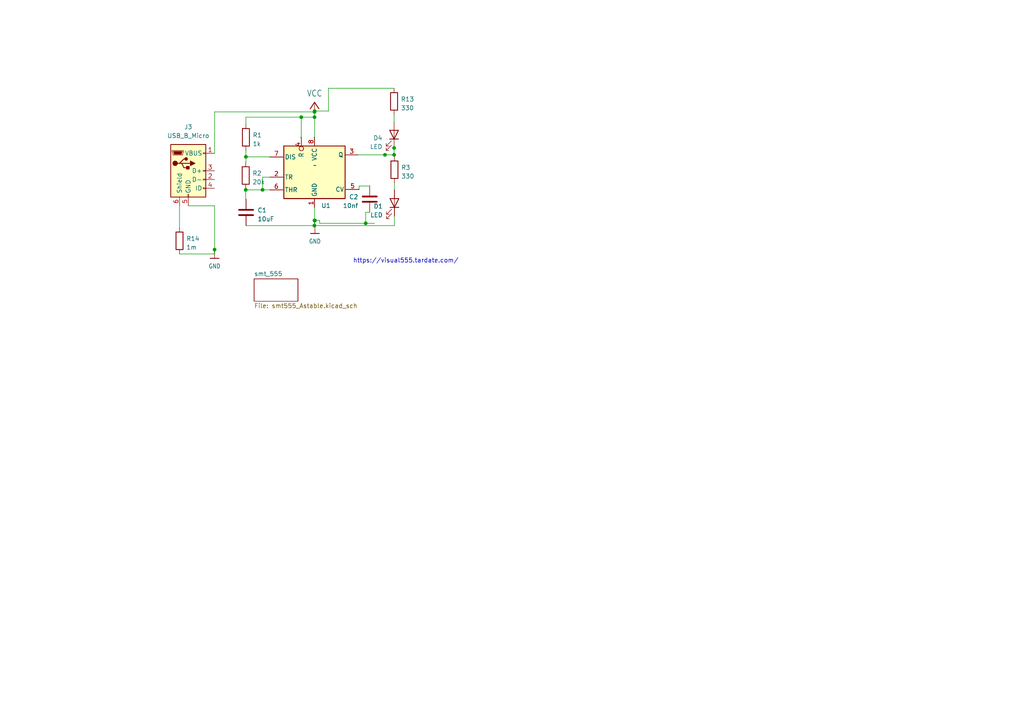
<source format=kicad_sch>
(kicad_sch (version 20231120) (generator "eeschema") (generator_version "8.0")
  (paper "A4")
  (lib_symbols
    (symbol "Adafruit HUZZAH32 ESP32 Feather-eagle-import:GND" (power)
      (property "Value" "GND" (at -1.524 -2.54 0))
      (symbol "GND_1_0"
        (polyline (pts (xy -1.27 0) (xy 1.27 0)) (stroke (width 0.254)))
        (pin power_in line (at 0 2.54 270) (length 2.54) (name "GND") (number "1"))
      )
    )
    (symbol "Adafruit MPU6050-eagle-import:VCC" (power)
      (property "Value" "VCC" (at -2.54 -2.54 90))
      (symbol "VCC_1_0"
        (polyline (pts (xy 0 0) (xy -1.27 -1.905)) (stroke (width 0.254)))
        (polyline (pts (xy 1.27 -1.905) (xy 0 0)) (stroke (width 0.254)))
        (pin power_in line (at 0 -2.54 90) (length 2.54) (name "VCC") (number "1"))
      )
    )
    (symbol "Connector:USB_B_Micro" (pin_names (offset 1.016))
      (property "Reference" "J" (at -5.08 11.43 0))
      (property "Value" "USB_B_Micro" (at -5.08 8.89 0))
      (symbol "USB_B_Micro_0_1"
        (rectangle (start -5.08 -7.62) (end 5.08 7.62) (stroke (width 0.254)) (fill (type background)))
        (circle (center -3.81 2.159) (radius 0.635) (stroke (width 0.254)) (fill (type outline)))
        (circle (center -0.635 3.429) (radius 0.381) (stroke (width 0.254)) (fill (type outline)))
        (rectangle (start -0.127 -7.62) (end 0.127 -6.858))
        (polyline (pts (xy -1.905 2.159) (xy 0.635 2.159)) (stroke (width 0.254)))
        (polyline (pts (xy -3.175 2.159) (xy -2.54 2.159) (xy -1.27 3.429) (xy -0.635 3.429)) (stroke (width 0.254)))
        (polyline (pts (xy -2.54 2.159) (xy -1.905 2.159) (xy -1.27 0.889) (xy 0 0.889)) (stroke (width 0.254)))
        (polyline (pts (xy 0.635 2.794) (xy 0.635 1.524) (xy 1.905 2.159) (xy 0.635 2.794)) (stroke (width 0.254)) (fill (type outline)))
        (polyline (pts (xy -4.318 5.588) (xy -1.778 5.588) (xy -2.032 4.826) (xy -4.064 4.826) (xy -4.318 5.588)) (fill (type outline)))
        (polyline (pts (xy -4.699 5.842) (xy -4.699 5.588) (xy -4.445 4.826) (xy -4.445 4.572) (xy -1.651 4.572) (xy -1.651 4.826) (xy -1.397 5.588) (xy -1.397 5.842) (xy -4.699 5.842)))
        (rectangle (start 0.254 1.27) (end -0.508 0.508) (stroke (width 0.254)) (fill (type outline)))
        (rectangle (start 5.08 -5.207) (end 4.318 -4.953))
        (rectangle (start 5.08 -2.667) (end 4.318 -2.413))
        (rectangle (start 5.08 -0.127) (end 4.318 0.127))
        (rectangle (start 5.08 4.953) (end 4.318 5.207))
      )
      (symbol "USB_B_Micro_1_1"
        (pin power_out line (at 7.62 5.08 180) (length 2.54) (name "VBUS") (number "1"))
        (pin bidirectional line (at 7.62 -2.54 180) (length 2.54) (name "D-") (number "2"))
        (pin bidirectional line (at 7.62 0 180) (length 2.54) (name "D+") (number "3"))
        (pin passive line (at 7.62 -5.08 180) (length 2.54) (name "ID") (number "4"))
        (pin power_out line (at 0 -10.16 90) (length 2.54) (name "GND") (number "5"))
        (pin passive line (at -2.54 -10.16 90) (length 2.54) (name "Shield") (number "6"))
      )
    )
    (symbol "DPX_IC:555_ASTABLE"
      (property "Reference" "U" (at 0 0 0))
      (symbol "555_ASTABLE_0_0"
        (pin power_in line (at -0.127 -12.192 90) (length 2.54) (name "GND") (number "1"))
        (pin power_in line (at -0.127 8.128 270) (length 2.54) (name "VCC") (number "8"))
      )
      (symbol "555_ASTABLE_0_1"
        (rectangle (start -9.017 -9.652) (end 8.763 5.588) (stroke (width 0.254)) (fill (type background)))
        (rectangle (start -9.017 -9.652) (end 8.763 5.588) (stroke (width 0.254)) (fill (type background)))
      )
      (symbol "555_ASTABLE_1_1"
        (pin input line (at -13.081 -3.429 0) (length 3.81) (name "TR") (number "2"))
        (pin output line (at 12.573 3.048 180) (length 3.81) (name "Q") (number "3"))
        (pin input inverted (at -3.9376 8.0394 270) (length 3.81) (name "R") (number "4"))
        (pin input line (at 12.827 -6.985 180) (length 3.81) (name "CV") (number "5"))
        (pin input line (at -13.081 -7.112 0) (length 3.81) (name "THR") (number "6"))
        (pin input line (at -13.081 2.413 0) (length 3.81) (name "DIS") (number "7"))
      )
    )
    (symbol "Device:C" (pin_numbers hide) (pin_names (offset 0.254))
      (property "Reference" "C" (at 0.635 2.54 0))
      (property "Value" "C" (at 0.635 -2.54 0))
      (symbol "C_0_1"
        (polyline (pts (xy -2.032 -0.762) (xy 2.032 -0.762)) (stroke (width 0.508)))
        (polyline (pts (xy -2.032 0.762) (xy 2.032 0.762)) (stroke (width 0.508)))
      )
      (symbol "C_1_1"
        (pin passive line (at 0 3.81 270) (length 2.794) (name "~") (number "1"))
        (pin passive line (at 0 -3.81 90) (length 2.794) (name "~") (number "2"))
      )
    )
    (symbol "Device:LED" (pin_numbers hide) (pin_names (offset 1.016) hide)
      (property "Reference" "D" (at 0 2.54 0))
      (property "Value" "LED" (at 0 -2.54 0))
      (symbol "LED_0_1"
        (polyline (pts (xy -1.27 -1.27) (xy -1.27 1.27)) (stroke (width 0.254)))
        (polyline (pts (xy -1.27 0) (xy 1.27 0)))
        (polyline (pts (xy 1.27 -1.27) (xy 1.27 1.27) (xy -1.27 0) (xy 1.27 -1.27)) (stroke (width 0.254)))
        (polyline (pts (xy -3.048 -0.762) (xy -4.572 -2.286) (xy -3.81 -2.286) (xy -4.572 -2.286) (xy -4.572 -1.524)))
        (polyline (pts (xy -1.778 -0.762) (xy -3.302 -2.286) (xy -2.54 -2.286) (xy -3.302 -2.286) (xy -3.302 -1.524)))
      )
      (symbol "LED_1_1"
        (pin passive line (at -3.81 0 0) (length 2.54) (name "K") (number "1"))
        (pin passive line (at 3.81 0 180) (length 2.54) (name "A") (number "2"))
      )
    )
    (symbol "Device:R" (pin_numbers hide) (pin_names (offset 0))
      (property "Reference" "R" (at 2.032 0 90))
      (property "Value" "R" (at 0 0 90))
      (symbol "R_0_1"
        (rectangle (start -1.016 -2.54) (end 1.016 2.54) (stroke (width 0.254)))
      )
      (symbol "R_1_1"
        (pin passive line (at 0 3.81 270) (length 1.27) (name "~") (number "1"))
        (pin passive line (at 0 -3.81 90) (length 1.27) (name "~") (number "2"))
      )
    )
  )
  (junction (at 91.186 65.4304))
  (junction (at 106.0704 64.77))
  (junction (at 91.2368 32.4568))
  (junction (at 76.1517 55.0672))
  (junction (at 91.2368 33.9785))
  (junction (at 71.3232 45.4875))
  (junction (at 91.2114 63.9439))
  (junction (at 114.3 44.9072))
  (junction (at 91.3384 63.9439))
  (junction (at 87.376 33.9785))
  (junction (at 62.23 72.39))
  (junction (at 71.2724 55.0672))
  (junction (at 91.2368 32.2072))
  (junction (at 111.6584 44.9072))
  (junction (at 114.3 42.926))
  (wire (pts (xy 52.07 73.66) (xy 62.23 73.66)))
  (wire (pts (xy 91.186 65.4304) (xy 91.186 63.9439)))
  (wire (pts (xy 114.3 33.2232) (xy 114.3 35.2552)))
  (wire (pts (xy 87.376 33.9785) (xy 87.376 39.8209)))
  (wire (pts (xy 92.71 63.9439) (xy 91.3384 63.9439)))
  (wire (pts (xy 52.07 59.69) (xy 52.07 66.04)))
  (wire (pts (xy 54.61 59.69) (xy 62.23 59.69)))
  (wire (pts (xy 91.2368 32.2072) (xy 91.2368 32.4568)))
  (wire (pts (xy 71.3232 36.0172) (xy 71.3232 33.9785)))
  (wire (pts (xy 78.2574 55.0672) (xy 76.1517 55.0672)))
  (wire (pts (xy 78.2574 51.3842) (xy 76.1517 51.3842)))
  (wire (pts (xy 114.4016 53.0352) (xy 114.4016 55.0672)))
  (wire (pts (xy 62.23 44.45) (xy 62.23 32.4568)))
  (wire (pts (xy 71.3232 47.0916) (xy 71.2724 47.0916)))
  (wire (pts (xy 103.9114 44.9072) (xy 111.6584 44.9072)))
  (wire (pts (xy 76.1517 55.0672) (xy 71.2724 55.0672)))
  (wire (pts (xy 111.6584 44.9072) (xy 114.3 44.9072)))
  (wire (pts (xy 106.0704 64.77) (xy 92.71 64.77)))
  (wire (pts (xy 71.2724 57.8104) (xy 71.374 57.8104)))
  (wire (pts (xy 91.2368 32.2072) (xy 95.2797 32.2072)))
  (wire (pts (xy 114.3 42.926) (xy 114.3 42.8752)))
  (wire (pts (xy 91.3384 63.9439) (xy 91.3384 65.1764)))
  (wire (pts (xy 76.1517 51.3842) (xy 76.1517 55.0672)))
  (wire (pts (xy 87.376 33.9785) (xy 91.2368 33.9785)))
  (wire (pts (xy 71.3232 45.4875) (xy 71.3232 47.0916)))
  (wire (pts (xy 87.376 33.8836) (xy 87.376 33.9785)))
  (wire (pts (xy 87.376 39.8209) (xy 87.2236 39.8209)))
  (wire (pts (xy 106.0704 61.5696) (xy 107.2388 61.5696)))
  (wire (pts (xy 62.23 73.66) (xy 62.23 72.39)))
  (wire (pts (xy 71.2724 55.0672) (xy 71.2724 57.8104)))
  (wire (pts (xy 95.2797 25.6032) (xy 114.3 25.6032)))
  (wire (pts (xy 114.3 42.926) (xy 114.3 44.9072)))
  (wire (pts (xy 114.2492 42.926) (xy 114.3 42.926)))
  (wire (pts (xy 91.2368 32.4568) (xy 91.2368 33.9785)))
  (wire (pts (xy 87.2236 39.8209) (xy 87.2236 39.9158)))
  (wire (pts (xy 104.1654 54.9402) (xy 104.1654 53.9496)))
  (wire (pts (xy 91.2368 39.8272) (xy 91.2114 39.8272)))
  (wire (pts (xy 71.374 65.4304) (xy 91.186 65.4304)))
  (wire (pts (xy 111.6584 44.8602) (xy 111.6584 44.9072)))
  (wire (pts (xy 114.3 44.9072) (xy 114.4016 44.9072)))
  (wire (pts (xy 91.2368 33.9785) (xy 91.2368 39.8272)))
  (wire (pts (xy 108.6104 64.77) (xy 106.0704 64.77)))
  (wire (pts (xy 91.186 63.9439) (xy 91.2114 63.9439)))
  (wire (pts (xy 104.1654 53.9496) (xy 107.2388 53.9496)))
  (wire (pts (xy 78.2574 45.4875) (xy 71.3232 45.4875)))
  (wire (pts (xy 91.2114 60.1472) (xy 91.2114 63.9439)))
  (wire (pts (xy 62.23 32.4568) (xy 91.2368 32.4568)))
  (wire (pts (xy 92.71 64.77) (xy 92.71 63.9439)))
  (wire (pts (xy 91.186 65.4304) (xy 114.4016 65.4304)))
  (wire (pts (xy 71.3232 33.9785) (xy 87.376 33.9785)))
  (wire (pts (xy 71.2724 55.0672) (xy 71.2724 54.7116)))
  (wire (pts (xy 62.23 59.69) (xy 62.23 72.39)))
  (wire (pts (xy 87.2236 39.9158) (xy 87.4008 39.9158)))
  (wire (pts (xy 95.2797 32.2072) (xy 95.2797 25.6032)))
  (wire (pts (xy 78.2574 45.5422) (xy 78.2574 45.4875)))
  (wire (pts (xy 114.4016 65.4304) (xy 114.4016 62.6872)))
  (wire (pts (xy 71.3232 43.6372) (xy 71.3232 45.4875)))
  (wire (pts (xy 91.2114 63.9439) (xy 91.3384 63.9439)))
  (wire (pts (xy 106.0704 64.77) (xy 106.0704 61.5696)))
  (wire (pts (xy 114.4016 44.9072) (xy 114.4016 45.4152)))
  (text "https://visual555.tardate.com/" (at 102.362 76.454 0) (effects (font (size 1.27 1.27)) (justify left bottom)))
  (symbol (lib_id "Device:R") (at 71.3232 39.8272 0) (unit 1)
    (property "Reference" "R1" (at 73.2536 39.1922 0) (effects (justify left)))
    (property "Value" "1k" (at 73.2536 41.7322 0) (effects (justify left)))
    (property "Footprint" "Resistor_THT:R_Axial_DIN0204_L3.6mm_D1.6mm_P2.54mm_Vertical" (effects (hide yes)))
  )
  (symbol (lib_id "Device:R") (at 114.3 29.4132 0) (unit 1)
    (property "Reference" "R13" (at 116.2304 28.7782 0) (effects (justify left)))
    (property "Value" "330" (at 116.2304 31.3182 0) (effects (justify left)))
    (property "Footprint" "Resistor_THT:R_Axial_DIN0204_L3.6mm_D1.6mm_P2.54mm_Vertical" (effects (hide yes)))
  )
  (symbol (lib_id "DPX_IC:555_ASTABLE") (at 91.3384 47.9552 0) (unit 1)
    (property "Reference" "U1" (at 93.1673 59.6392 0) (effects (justify left)))
    (property "Value" "~" (at 91.3384 47.9552 0))
    (property "Footprint" "Package_DIP:DIP-8_W7.62mm_LongPads" (effects (hide yes)))
  )
  (symbol (lib_id "Adafruit HUZZAH32 ESP32 Feather-eagle-import:GND") (at 91.3384 67.7164 0) (unit 1)
    (property "Reference" "#0101" (effects (hide yes)))
    (property "Value" "GND" (at 91.3384 69.9988 0) (effects (font (size 1.27 1.0795))))
  )
  (symbol (lib_id "Device:R") (at 71.2724 50.9016 0) (unit 1)
    (property "Reference" "R2" (at 73.2028 50.2666 0) (effects (justify left)))
    (property "Value" "20k" (at 73.2028 52.8066 0) (effects (justify left)))
    (property "Footprint" "Resistor_THT:R_Axial_DIN0204_L3.6mm_D1.6mm_P2.54mm_Vertical" (effects (hide yes)))
  )
  (symbol (lib_id "Connector:USB_B_Micro") (at 54.61 49.53 0) (unit 1)
    (property "Reference" "J3" (at 54.61 36.83 0))
    (property "Value" "USB_B_Micro" (at 54.61 39.37 0))
    (property "Description" "USB Micro Type B connector" (effects (hide yes)))
  )
  (symbol (lib_id "Device:LED") (at 114.4016 58.8772 270) (mirror x) (unit 1)
    (property "Reference" "D1" (at 111.0488 59.8297 90) (effects (justify right)))
    (property "Value" "LED" (at 111.0488 62.3697 90) (effects (justify right)))
    (property "Footprint" "LED_THT:LED_D3.0mm" (effects (hide yes)))
  )
  (symbol (lib_id "Device:LED") (at 114.3 39.0652 270) (mirror x) (unit 1)
    (property "Reference" "D4" (at 110.9472 40.0177 90) (effects (justify right)))
    (property "Value" "LED" (at 110.9472 42.5577 90) (effects (justify right)))
    (property "Footprint" "LED_THT:LED_D3.0mm" (effects (hide yes)))
  )
  (symbol (lib_id "Adafruit MPU6050-eagle-import:VCC") (at 91.2368 29.6672 0) (unit 1)
    (property "Reference" "#P+01" (effects (hide yes)))
    (property "Value" "VCC" (at 91.2368 27.0764 0) (effects (font (size 1.778 1.5113))))
  )
  (symbol (lib_id "Device:C") (at 71.374 61.6204 0) (unit 1)
    (property "Reference" "C1" (at 74.676 60.9854 0) (effects (justify left)))
    (property "Value" "10uF" (at 74.676 63.5254 0) (effects (justify left)))
    (property "Footprint" "Capacitor_THT:C_Disc_D4.7mm_W2.5mm_P5.00mm" (effects (hide yes)))
  )
  (symbol (lib_id "Device:R") (at 114.4016 49.2252 0) (unit 1)
    (property "Reference" "R3" (at 116.332 48.5902 0) (effects (justify left)))
    (property "Value" "330" (at 116.332 51.1302 0) (effects (justify left)))
    (property "Footprint" "Resistor_THT:R_Axial_DIN0204_L3.6mm_D1.6mm_P2.54mm_Vertical" (effects (hide yes)))
  )
  (symbol (lib_id "Device:R") (at 52.07 69.85 0) (unit 1)
    (property "Reference" "R14" (at 54.0004 69.215 0) (effects (justify left)))
    (property "Value" "1m" (at 54.0004 71.755 0) (effects (justify left)))
    (property "Footprint" "Resistor_THT:R_Axial_DIN0204_L3.6mm_D1.6mm_P2.54mm_Vertical" (effects (hide yes)))
  )
  (symbol (lib_id "Device:C") (at 107.2388 57.7596 0) (mirror y) (unit 1)
    (property "Reference" "C2" (at 103.9368 57.1246 0) (effects (justify left)))
    (property "Value" "10nf" (at 103.9368 59.6646 0) (effects (justify left)))
    (property "Footprint" "Capacitor_THT:C_Disc_D3.8mm_W2.6mm_P2.50mm" (effects (hide yes)))
  )
  (symbol (lib_id "Adafruit HUZZAH32 ESP32 Feather-eagle-import:GND") (at 62.23 74.93 0) (unit 1)
    (property "Reference" "#04" (effects (hide yes)))
    (property "Value" "GND" (at 62.23 77.2124 0) (effects (font (size 1.27 1.0795))))
  )
  (sheet (at 73.7108 80.8736) (size 12.7 6.5024) (stroke (width 0.1524))
    (property "Sheetname" "smt_555" (at 73.7108 80.162 0) (effects (justify left bottom)))
    (property "Sheetfile" "smt555_Astable.kicad_sch" (at 73.7108 87.9606 0) (effects (justify left top)))
  )
)
</source>
